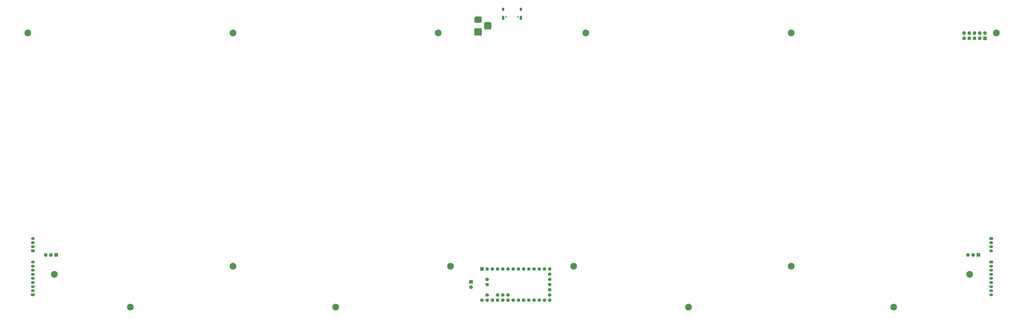
<source format=gbr>
G04 #@! TF.GenerationSoftware,KiCad,Pcbnew,(5.1.7)-1*
G04 #@! TF.CreationDate,2021-03-24T01:06:35-04:00*
G04 #@! TF.ProjectId,OpeNITHM-full,4f70654e-4954-4484-9d2d-66756c6c2e6b,rev?*
G04 #@! TF.SameCoordinates,Original*
G04 #@! TF.FileFunction,Soldermask,Top*
G04 #@! TF.FilePolarity,Negative*
%FSLAX46Y46*%
G04 Gerber Fmt 4.6, Leading zero omitted, Abs format (unit mm)*
G04 Created by KiCad (PCBNEW (5.1.7)-1) date 2021-03-24 01:06:35*
%MOMM*%
%LPD*%
G01*
G04 APERTURE LIST*
%ADD10O,1.102000X1.702000*%
%ADD11C,0.752000*%
%ADD12O,1.102000X2.202000*%
%ADD13O,1.802000X1.802000*%
%ADD14C,1.702000*%
%ADD15O,1.852000X1.302000*%
%ADD16C,3.302000*%
%ADD17C,0.100000*%
G04 APERTURE END LIST*
D10*
X152320000Y-6450000D03*
D11*
X150890000Y-10100000D03*
D10*
X143680000Y-6450000D03*
D11*
X145110000Y-10100000D03*
D12*
X143680000Y-10630000D03*
X152320000Y-10630000D03*
D13*
X370170000Y-126500000D03*
X372710000Y-126500000D03*
G36*
G01*
X374400000Y-125599000D02*
X376100000Y-125599000D01*
G75*
G02*
X376151000Y-125650000I0J-51000D01*
G01*
X376151000Y-127350000D01*
G75*
G02*
X376100000Y-127401000I-51000J0D01*
G01*
X374400000Y-127401000D01*
G75*
G02*
X374349000Y-127350000I0J51000D01*
G01*
X374349000Y-125650000D01*
G75*
G02*
X374400000Y-125599000I51000J0D01*
G01*
G37*
X-79250000Y-126500000D03*
X-76710000Y-126500000D03*
G36*
G01*
X-75020000Y-125599000D02*
X-73320000Y-125599000D01*
G75*
G02*
X-73269000Y-125650000I0J-51000D01*
G01*
X-73269000Y-127350000D01*
G75*
G02*
X-73320000Y-127401000I-51000J0D01*
G01*
X-75020000Y-127401000D01*
G75*
G02*
X-75071000Y-127350000I0J51000D01*
G01*
X-75071000Y-125650000D01*
G75*
G02*
X-75020000Y-125599000I51000J0D01*
G01*
G37*
X368300000Y-18097500D03*
X368300000Y-20637500D03*
X370840000Y-18097500D03*
X370840000Y-20637500D03*
X373380000Y-18097500D03*
X373380000Y-20637500D03*
X375920000Y-18097500D03*
X375920000Y-20637500D03*
X378460000Y-18097500D03*
G36*
G01*
X379310000Y-21538500D02*
X377610000Y-21538500D01*
G75*
G02*
X377559000Y-21487500I0J51000D01*
G01*
X377559000Y-19787500D01*
G75*
G02*
X377610000Y-19736500I51000J0D01*
G01*
X379310000Y-19736500D01*
G75*
G02*
X379361000Y-19787500I0J-51000D01*
G01*
X379361000Y-21487500D01*
G75*
G02*
X379310000Y-21538500I-51000J0D01*
G01*
G37*
D14*
X135890000Y-140970000D03*
X135890000Y-138430000D03*
G36*
G01*
X132499000Y-134150000D02*
X132499000Y-132550000D01*
G75*
G02*
X132550000Y-132499000I51000J0D01*
G01*
X134150000Y-132499000D01*
G75*
G02*
X134201000Y-132550000I0J-51000D01*
G01*
X134201000Y-134150000D01*
G75*
G02*
X134150000Y-134201000I-51000J0D01*
G01*
X132550000Y-134201000D01*
G75*
G02*
X132499000Y-134150000I0J51000D01*
G01*
G37*
X135890000Y-133350000D03*
X138430000Y-133350000D03*
X140970000Y-133350000D03*
X143510000Y-133350000D03*
X146050000Y-133350000D03*
X148590000Y-133350000D03*
X151130000Y-133350000D03*
X153670000Y-133350000D03*
X156210000Y-133350000D03*
X158750000Y-133350000D03*
X161290000Y-133350000D03*
X163830000Y-133350000D03*
X146050000Y-146050000D03*
X143510000Y-146050000D03*
X140970000Y-146050000D03*
X135890000Y-146050000D03*
X133350000Y-148590000D03*
X135890000Y-148590000D03*
X138430000Y-148590000D03*
X140970000Y-148590000D03*
X143510000Y-148590000D03*
X146050000Y-148590000D03*
X148590000Y-148590000D03*
X151130000Y-148590000D03*
X153670000Y-148590000D03*
X156210000Y-148590000D03*
X158750000Y-148590000D03*
X161290000Y-148590000D03*
X163830000Y-148590000D03*
X166370000Y-133350000D03*
X166370000Y-135890000D03*
X166370000Y-138430000D03*
X166370000Y-148590000D03*
X166370000Y-146050000D03*
X166370000Y-143510000D03*
X166370000Y-140970000D03*
G36*
G01*
X128901000Y-138850000D02*
X128901000Y-140550000D01*
G75*
G02*
X128850000Y-140601000I-51000J0D01*
G01*
X127150000Y-140601000D01*
G75*
G02*
X127099000Y-140550000I0J51000D01*
G01*
X127099000Y-138850000D01*
G75*
G02*
X127150000Y-138799000I51000J0D01*
G01*
X128850000Y-138799000D01*
G75*
G02*
X128901000Y-138850000I0J-51000D01*
G01*
G37*
D13*
X128000000Y-142240000D03*
G36*
G01*
X135244500Y-12699000D02*
X137045500Y-12699000D01*
G75*
G02*
X137946000Y-13599500I0J-900500D01*
G01*
X137946000Y-15400500D01*
G75*
G02*
X137045500Y-16301000I-900500J0D01*
G01*
X135244500Y-16301000D01*
G75*
G02*
X134344000Y-15400500I0J900500D01*
G01*
X134344000Y-13599500D01*
G75*
G02*
X135244500Y-12699000I900500J0D01*
G01*
G37*
G36*
G01*
X130419500Y-9949000D02*
X132470500Y-9949000D01*
G75*
G02*
X133246000Y-10724500I0J-775500D01*
G01*
X133246000Y-12275500D01*
G75*
G02*
X132470500Y-13051000I-775500J0D01*
G01*
X130419500Y-13051000D01*
G75*
G02*
X129644000Y-12275500I0J775500D01*
G01*
X129644000Y-10724500D01*
G75*
G02*
X130419500Y-9949000I775500J0D01*
G01*
G37*
G36*
G01*
X129695000Y-15699000D02*
X133195000Y-15699000D01*
G75*
G02*
X133246000Y-15750000I0J-51000D01*
G01*
X133246000Y-19250000D01*
G75*
G02*
X133195000Y-19301000I-51000J0D01*
G01*
X129695000Y-19301000D01*
G75*
G02*
X129644000Y-19250000I0J51000D01*
G01*
X129644000Y-15750000D01*
G75*
G02*
X129695000Y-15699000I51000J0D01*
G01*
G37*
D15*
X-85500000Y-118500000D03*
X-85500000Y-120500000D03*
X-85500000Y-122500000D03*
G36*
G01*
X-84845248Y-125151000D02*
X-86154752Y-125151000D01*
G75*
G02*
X-86426000Y-124879752I0J271248D01*
G01*
X-86426000Y-124120248D01*
G75*
G02*
X-86154752Y-123849000I271248J0D01*
G01*
X-84845248Y-123849000D01*
G75*
G02*
X-84574000Y-124120248I0J-271248D01*
G01*
X-84574000Y-124879752D01*
G75*
G02*
X-84845248Y-125151000I-271248J0D01*
G01*
G37*
X381500000Y-124500000D03*
X381500000Y-122500000D03*
X381500000Y-120500000D03*
G36*
G01*
X380845248Y-117849000D02*
X382154752Y-117849000D01*
G75*
G02*
X382426000Y-118120248I0J-271248D01*
G01*
X382426000Y-118879752D01*
G75*
G02*
X382154752Y-119151000I-271248J0D01*
G01*
X380845248Y-119151000D01*
G75*
G02*
X380574000Y-118879752I0J271248D01*
G01*
X380574000Y-118120248D01*
G75*
G02*
X380845248Y-117849000I271248J0D01*
G01*
G37*
X381500000Y-146000000D03*
X381500000Y-144000000D03*
X381500000Y-142000000D03*
X381500000Y-140000000D03*
X381500000Y-138000000D03*
X381500000Y-136000000D03*
X381500000Y-134000000D03*
X381500000Y-132000000D03*
G36*
G01*
X380845248Y-129349000D02*
X382154752Y-129349000D01*
G75*
G02*
X382426000Y-129620248I0J-271248D01*
G01*
X382426000Y-130379752D01*
G75*
G02*
X382154752Y-130651000I-271248J0D01*
G01*
X380845248Y-130651000D01*
G75*
G02*
X380574000Y-130379752I0J271248D01*
G01*
X380574000Y-129620248D01*
G75*
G02*
X380845248Y-129349000I271248J0D01*
G01*
G37*
X-85500000Y-130000000D03*
X-85500000Y-132000000D03*
X-85500000Y-134000000D03*
X-85500000Y-136000000D03*
X-85500000Y-138000000D03*
X-85500000Y-140000000D03*
X-85500000Y-142000000D03*
X-85500000Y-144000000D03*
G36*
G01*
X-84845248Y-146651000D02*
X-86154752Y-146651000D01*
G75*
G02*
X-86426000Y-146379752I0J271248D01*
G01*
X-86426000Y-145620248D01*
G75*
G02*
X-86154752Y-145349000I271248J0D01*
G01*
X-84845248Y-145349000D01*
G75*
G02*
X-84574000Y-145620248I0J-271248D01*
G01*
X-84574000Y-146379752D01*
G75*
G02*
X-84845248Y-146651000I-271248J0D01*
G01*
G37*
D16*
X284000000Y-132000000D03*
X178000000Y-132000000D03*
X118000000Y-132000000D03*
X12000000Y-132000000D03*
X-88000000Y-18000000D03*
X334000000Y-152000000D03*
X284000000Y-18000000D03*
X234000000Y-152000000D03*
X184000000Y-18000000D03*
X62000000Y-152000000D03*
X112000000Y-18000000D03*
X-38000000Y-152000000D03*
X12000000Y-18000000D03*
X371000000Y-136000000D03*
X384000000Y-18000000D03*
X-75000000Y-136000000D03*
D17*
G36*
X134345990Y-15400304D02*
G01*
X134363273Y-15575784D01*
X134414403Y-15744337D01*
X134497433Y-15899675D01*
X134609171Y-16035829D01*
X134745325Y-16147567D01*
X134900663Y-16230597D01*
X135069216Y-16281727D01*
X135244696Y-16299010D01*
X135246322Y-16300175D01*
X135246126Y-16302165D01*
X135244500Y-16303000D01*
X135188140Y-16303000D01*
X135187944Y-16302990D01*
X135018438Y-16286295D01*
X135018053Y-16286219D01*
X134860959Y-16238565D01*
X134860597Y-16238415D01*
X134715826Y-16161033D01*
X134715500Y-16160815D01*
X134588603Y-16056674D01*
X134588326Y-16056397D01*
X134484185Y-15929500D01*
X134483967Y-15929174D01*
X134406585Y-15784403D01*
X134406435Y-15784041D01*
X134358781Y-15626947D01*
X134358705Y-15626562D01*
X134342010Y-15457056D01*
X134342000Y-15456860D01*
X134342000Y-15400500D01*
X134343000Y-15398768D01*
X134345000Y-15398768D01*
X134345990Y-15400304D01*
G37*
G36*
X137947165Y-15398874D02*
G01*
X137948000Y-15400500D01*
X137948000Y-15456860D01*
X137947990Y-15457056D01*
X137931295Y-15626562D01*
X137931219Y-15626947D01*
X137883565Y-15784041D01*
X137883415Y-15784403D01*
X137806033Y-15929174D01*
X137805815Y-15929500D01*
X137701674Y-16056397D01*
X137701397Y-16056674D01*
X137574500Y-16160815D01*
X137574174Y-16161033D01*
X137429403Y-16238415D01*
X137429041Y-16238565D01*
X137271947Y-16286219D01*
X137271562Y-16286295D01*
X137102056Y-16302990D01*
X137101860Y-16303000D01*
X137045500Y-16303000D01*
X137043768Y-16302000D01*
X137043768Y-16300000D01*
X137045304Y-16299010D01*
X137220784Y-16281727D01*
X137389337Y-16230597D01*
X137544675Y-16147567D01*
X137680829Y-16035829D01*
X137792567Y-15899675D01*
X137875597Y-15744337D01*
X137926727Y-15575784D01*
X137944010Y-15400304D01*
X137945175Y-15398678D01*
X137947165Y-15398874D01*
G37*
G36*
X135246232Y-12698000D02*
G01*
X135246232Y-12700000D01*
X135244696Y-12700990D01*
X135069216Y-12718273D01*
X134900663Y-12769403D01*
X134745325Y-12852433D01*
X134609171Y-12964171D01*
X134497433Y-13100325D01*
X134414403Y-13255663D01*
X134363273Y-13424216D01*
X134345990Y-13599696D01*
X134344825Y-13601322D01*
X134342835Y-13601126D01*
X134342000Y-13599500D01*
X134342000Y-13543140D01*
X134342010Y-13542944D01*
X134358705Y-13373438D01*
X134358781Y-13373053D01*
X134406435Y-13215959D01*
X134406585Y-13215597D01*
X134483967Y-13070826D01*
X134484185Y-13070500D01*
X134588326Y-12943603D01*
X134588603Y-12943326D01*
X134715500Y-12839185D01*
X134715826Y-12838967D01*
X134860597Y-12761585D01*
X134860959Y-12761435D01*
X135018053Y-12713781D01*
X135018438Y-12713705D01*
X135187944Y-12697010D01*
X135188140Y-12697000D01*
X135244500Y-12697000D01*
X135246232Y-12698000D01*
G37*
G36*
X137102056Y-12697010D02*
G01*
X137271562Y-12713705D01*
X137271947Y-12713781D01*
X137429041Y-12761435D01*
X137429403Y-12761585D01*
X137574174Y-12838967D01*
X137574500Y-12839185D01*
X137701397Y-12943326D01*
X137701674Y-12943603D01*
X137805815Y-13070500D01*
X137806033Y-13070826D01*
X137883415Y-13215597D01*
X137883565Y-13215959D01*
X137931219Y-13373053D01*
X137931295Y-13373438D01*
X137947990Y-13542944D01*
X137948000Y-13543140D01*
X137948000Y-13599500D01*
X137947000Y-13601232D01*
X137945000Y-13601232D01*
X137944010Y-13599696D01*
X137926727Y-13424216D01*
X137875597Y-13255663D01*
X137792567Y-13100325D01*
X137680829Y-12964171D01*
X137544675Y-12852433D01*
X137389337Y-12769403D01*
X137220784Y-12718273D01*
X137045304Y-12700990D01*
X137043678Y-12699825D01*
X137043874Y-12697835D01*
X137045500Y-12697000D01*
X137101860Y-12697000D01*
X137102056Y-12697010D01*
G37*
G36*
X133247165Y-12273874D02*
G01*
X133248000Y-12275500D01*
X133248000Y-12331860D01*
X133247990Y-12332056D01*
X133233697Y-12477175D01*
X133233621Y-12477560D01*
X133193080Y-12611206D01*
X133192930Y-12611568D01*
X133127100Y-12734727D01*
X133126882Y-12735053D01*
X133038286Y-12843009D01*
X133038009Y-12843286D01*
X132930053Y-12931882D01*
X132929727Y-12932100D01*
X132806568Y-12997930D01*
X132806206Y-12998080D01*
X132672560Y-13038621D01*
X132672175Y-13038697D01*
X132527056Y-13052990D01*
X132526860Y-13053000D01*
X132470500Y-13053000D01*
X132468768Y-13052000D01*
X132468768Y-13050000D01*
X132470304Y-13049010D01*
X132621398Y-13034129D01*
X132766502Y-12990112D01*
X132900229Y-12918634D01*
X133017440Y-12822440D01*
X133113634Y-12705229D01*
X133185112Y-12571502D01*
X133229129Y-12426398D01*
X133244010Y-12275304D01*
X133245175Y-12273678D01*
X133247165Y-12273874D01*
G37*
G36*
X129645990Y-12275304D02*
G01*
X129660871Y-12426398D01*
X129704888Y-12571502D01*
X129776366Y-12705229D01*
X129872560Y-12822440D01*
X129989771Y-12918634D01*
X130123498Y-12990112D01*
X130268602Y-13034129D01*
X130419696Y-13049010D01*
X130421322Y-13050175D01*
X130421126Y-13052165D01*
X130419500Y-13053000D01*
X130363140Y-13053000D01*
X130362944Y-13052990D01*
X130217825Y-13038697D01*
X130217440Y-13038621D01*
X130083794Y-12998080D01*
X130083432Y-12997930D01*
X129960273Y-12932100D01*
X129959947Y-12931882D01*
X129851991Y-12843286D01*
X129851714Y-12843009D01*
X129763118Y-12735053D01*
X129762900Y-12734727D01*
X129697070Y-12611568D01*
X129696920Y-12611206D01*
X129656379Y-12477560D01*
X129656303Y-12477175D01*
X129642010Y-12332056D01*
X129642000Y-12331860D01*
X129642000Y-12275500D01*
X129643000Y-12273768D01*
X129645000Y-12273768D01*
X129645990Y-12275304D01*
G37*
G36*
X130421232Y-9948000D02*
G01*
X130421232Y-9950000D01*
X130419696Y-9950990D01*
X130268602Y-9965871D01*
X130123498Y-10009888D01*
X129989771Y-10081366D01*
X129872560Y-10177560D01*
X129776366Y-10294771D01*
X129704888Y-10428498D01*
X129660871Y-10573602D01*
X129645990Y-10724696D01*
X129644825Y-10726322D01*
X129642835Y-10726126D01*
X129642000Y-10724500D01*
X129642000Y-10668140D01*
X129642010Y-10667944D01*
X129656303Y-10522825D01*
X129656379Y-10522440D01*
X129696920Y-10388794D01*
X129697070Y-10388432D01*
X129762900Y-10265273D01*
X129763118Y-10264947D01*
X129851714Y-10156991D01*
X129851991Y-10156714D01*
X129959947Y-10068118D01*
X129960273Y-10067900D01*
X130083432Y-10002070D01*
X130083794Y-10001920D01*
X130217440Y-9961379D01*
X130217825Y-9961303D01*
X130362944Y-9947010D01*
X130363140Y-9947000D01*
X130419500Y-9947000D01*
X130421232Y-9948000D01*
G37*
G36*
X132527056Y-9947010D02*
G01*
X132672175Y-9961303D01*
X132672560Y-9961379D01*
X132806206Y-10001920D01*
X132806568Y-10002070D01*
X132929727Y-10067900D01*
X132930053Y-10068118D01*
X133038009Y-10156714D01*
X133038286Y-10156991D01*
X133126882Y-10264947D01*
X133127100Y-10265273D01*
X133192930Y-10388432D01*
X133193080Y-10388794D01*
X133233621Y-10522440D01*
X133233697Y-10522825D01*
X133247990Y-10667944D01*
X133248000Y-10668140D01*
X133248000Y-10724500D01*
X133247000Y-10726232D01*
X133245000Y-10726232D01*
X133244010Y-10724696D01*
X133229129Y-10573602D01*
X133185112Y-10428498D01*
X133113634Y-10294771D01*
X133017440Y-10177560D01*
X132900229Y-10081366D01*
X132766502Y-10009888D01*
X132621398Y-9965871D01*
X132470304Y-9950990D01*
X132468678Y-9949825D01*
X132468874Y-9947835D01*
X132470500Y-9947000D01*
X132526860Y-9947000D01*
X132527056Y-9947010D01*
G37*
M02*

</source>
